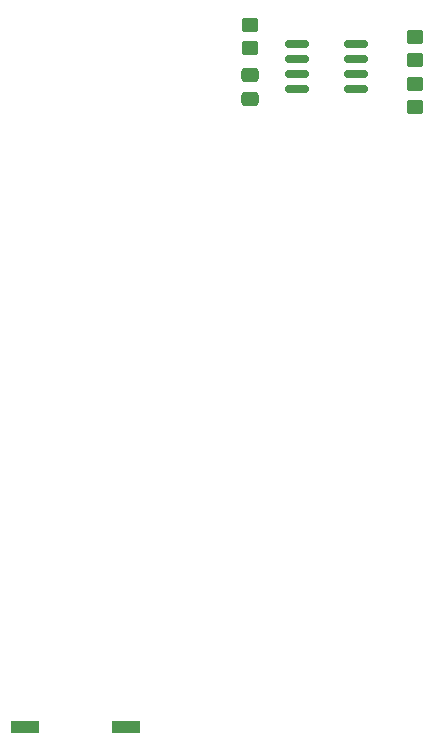
<source format=gbr>
%TF.GenerationSoftware,KiCad,Pcbnew,7.0.6*%
%TF.CreationDate,2023-08-15T16:24:19+02:00*%
%TF.ProjectId,PCB_Badge,5043425f-4261-4646-9765-2e6b69636164,rev?*%
%TF.SameCoordinates,Original*%
%TF.FileFunction,Paste,Bot*%
%TF.FilePolarity,Positive*%
%FSLAX46Y46*%
G04 Gerber Fmt 4.6, Leading zero omitted, Abs format (unit mm)*
G04 Created by KiCad (PCBNEW 7.0.6) date 2023-08-15 16:24:19*
%MOMM*%
%LPD*%
G01*
G04 APERTURE LIST*
G04 Aperture macros list*
%AMRoundRect*
0 Rectangle with rounded corners*
0 $1 Rounding radius*
0 $2 $3 $4 $5 $6 $7 $8 $9 X,Y pos of 4 corners*
0 Add a 4 corners polygon primitive as box body*
4,1,4,$2,$3,$4,$5,$6,$7,$8,$9,$2,$3,0*
0 Add four circle primitives for the rounded corners*
1,1,$1+$1,$2,$3*
1,1,$1+$1,$4,$5*
1,1,$1+$1,$6,$7*
1,1,$1+$1,$8,$9*
0 Add four rect primitives between the rounded corners*
20,1,$1+$1,$2,$3,$4,$5,0*
20,1,$1+$1,$4,$5,$6,$7,0*
20,1,$1+$1,$6,$7,$8,$9,0*
20,1,$1+$1,$8,$9,$2,$3,0*%
G04 Aperture macros list end*
%ADD10R,2.440000X1.120000*%
%ADD11RoundRect,0.250000X-0.475000X0.337500X-0.475000X-0.337500X0.475000X-0.337500X0.475000X0.337500X0*%
%ADD12RoundRect,0.150000X-0.825000X-0.150000X0.825000X-0.150000X0.825000X0.150000X-0.825000X0.150000X0*%
%ADD13RoundRect,0.250000X-0.450000X0.350000X-0.450000X-0.350000X0.450000X-0.350000X0.450000X0.350000X0*%
%ADD14RoundRect,0.250000X0.450000X-0.350000X0.450000X0.350000X-0.450000X0.350000X-0.450000X-0.350000X0*%
G04 APERTURE END LIST*
D10*
%TO.C,SW1*%
X104695000Y-118500000D03*
X113305000Y-118500000D03*
%TD*%
D11*
%TO.C,C1*%
X123750000Y-63250000D03*
X123750000Y-65325000D03*
%TD*%
D12*
%TO.C,U1*%
X127775000Y-64405000D03*
X127775000Y-63135000D03*
X127775000Y-61865000D03*
X127775000Y-60595000D03*
X132725000Y-60595000D03*
X132725000Y-61865000D03*
X132725000Y-63135000D03*
X132725000Y-64405000D03*
%TD*%
D13*
%TO.C,R3*%
X123750000Y-59000000D03*
X123750000Y-61000000D03*
%TD*%
D14*
%TO.C,R2*%
X137750000Y-66000000D03*
X137750000Y-64000000D03*
%TD*%
D13*
%TO.C,R1*%
X137750000Y-60000000D03*
X137750000Y-62000000D03*
%TD*%
M02*

</source>
